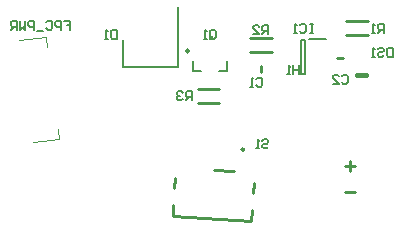
<source format=gbo>
G04*
G04 #@! TF.GenerationSoftware,Altium Limited,Altium Designer,19.1.5 (86)*
G04*
G04 Layer_Color=32896*
%FSAX24Y24*%
%MOIN*%
G70*
G01*
G75*
%ADD10C,0.0079*%
%ADD11C,0.0060*%
%ADD12C,0.0100*%
%ADD57C,0.0098*%
%ADD58C,0.0039*%
%ADD59C,0.0157*%
D10*
X007346Y007207D02*
Y008113D01*
Y007207D02*
X009196D01*
Y009215D01*
X013567Y008141D02*
X014118D01*
X013429Y006979D02*
Y008121D01*
X013271Y006979D02*
X013429D01*
X013271D02*
Y008121D01*
X013429D01*
X010565Y007094D02*
X010825D01*
Y007415D01*
X009675Y007094D02*
X009935D01*
X009675D02*
Y007415D01*
D11*
X013220Y007270D02*
Y006970D01*
Y007120D01*
X013020D01*
Y007270D01*
Y006970D01*
X012920D02*
X012820D01*
X012870D01*
Y007270D01*
X012920Y007220D01*
X005400Y008750D02*
X005600D01*
Y008600D01*
X005500D01*
X005600D01*
Y008450D01*
X005300D02*
Y008750D01*
X005150D01*
X005100Y008700D01*
Y008600D01*
X005150Y008550D01*
X005300D01*
X004800Y008700D02*
X004850Y008750D01*
X004950D01*
X005000Y008700D01*
Y008500D01*
X004950Y008450D01*
X004850D01*
X004800Y008500D01*
X004700Y008400D02*
X004500D01*
X004400Y008450D02*
Y008750D01*
X004250D01*
X004200Y008700D01*
Y008600D01*
X004250Y008550D01*
X004400D01*
X004100Y008750D02*
Y008450D01*
X004001Y008550D01*
X003901Y008450D01*
Y008750D01*
X003801Y008450D02*
Y008750D01*
X003651D01*
X003601Y008700D01*
Y008600D01*
X003651Y008550D01*
X003801D01*
X003701D02*
X003601Y008450D01*
X012000Y004750D02*
X012050Y004800D01*
X012150D01*
X012200Y004750D01*
Y004700D01*
X012150Y004650D01*
X012050D01*
X012000Y004600D01*
Y004550D01*
X012050Y004500D01*
X012150D01*
X012200Y004550D01*
X011900Y004500D02*
X011800D01*
X011850D01*
Y004800D01*
X011900Y004750D01*
X009650Y006100D02*
Y006400D01*
X009500D01*
X009450Y006350D01*
Y006250D01*
X009500Y006200D01*
X009650D01*
X009550D02*
X009450Y006100D01*
X009350Y006350D02*
X009300Y006400D01*
X009200D01*
X009150Y006350D01*
Y006300D01*
X009200Y006250D01*
X009250D01*
X009200D01*
X009150Y006200D01*
Y006150D01*
X009200Y006100D01*
X009300D01*
X009350Y006150D01*
X012200Y008300D02*
Y008600D01*
X012050D01*
X012000Y008550D01*
Y008450D01*
X012050Y008400D01*
X012200D01*
X012100D02*
X012000Y008300D01*
X011700D02*
X011900D01*
X011700Y008500D01*
Y008550D01*
X011750Y008600D01*
X011850D01*
X011900Y008550D01*
X016050Y008350D02*
Y008650D01*
X015900D01*
X015850Y008600D01*
Y008500D01*
X015900Y008450D01*
X016050D01*
X015950D02*
X015850Y008350D01*
X015750D02*
X015650D01*
X015700D01*
Y008650D01*
X015750Y008600D01*
X010250Y008200D02*
Y008400D01*
X010300Y008450D01*
X010400D01*
X010450Y008400D01*
Y008200D01*
X010400Y008150D01*
X010300D01*
X010350Y008250D02*
X010250Y008150D01*
X010300D02*
X010250Y008200D01*
X010150Y008150D02*
X010050D01*
X010100D01*
Y008450D01*
X010150Y008400D01*
X013700Y008650D02*
X013600D01*
X013650D01*
Y008350D01*
X013700D01*
X013600D01*
X013250Y008600D02*
X013300Y008650D01*
X013400D01*
X013450Y008600D01*
Y008400D01*
X013400Y008350D01*
X013300D01*
X013250Y008400D01*
X013150Y008350D02*
X013050D01*
X013100D01*
Y008650D01*
X013150Y008600D01*
X016350Y007850D02*
Y007550D01*
X016200D01*
X016150Y007600D01*
Y007800D01*
X016200Y007850D01*
X016350D01*
X015850Y007800D02*
X015900Y007850D01*
X016000D01*
X016050Y007800D01*
Y007750D01*
X016000Y007700D01*
X015900D01*
X015850Y007650D01*
Y007600D01*
X015900Y007550D01*
X016000D01*
X016050Y007600D01*
X015750Y007550D02*
X015650D01*
X015700D01*
Y007850D01*
X015750Y007800D01*
X007150Y008450D02*
Y008150D01*
X007000D01*
X006950Y008200D01*
Y008400D01*
X007000Y008450D01*
X007150D01*
X006850Y008150D02*
X006750D01*
X006800D01*
Y008450D01*
X006850Y008400D01*
X014650Y006900D02*
X014700Y006950D01*
X014800D01*
X014850Y006900D01*
Y006700D01*
X014800Y006650D01*
X014700D01*
X014650Y006700D01*
X014350Y006650D02*
X014550D01*
X014350Y006850D01*
Y006900D01*
X014400Y006950D01*
X014500D01*
X014550Y006900D01*
X011800Y006800D02*
X011850Y006850D01*
X011950D01*
X012000Y006800D01*
Y006600D01*
X011950Y006550D01*
X011850D01*
X011800Y006600D01*
X011700Y006550D02*
X011600D01*
X011650D01*
Y006850D01*
X011700Y006800D01*
D12*
X011385Y004467D02*
G03*
X011385Y004467I-000041J000000D01*
G01*
X009001Y002248D02*
X011633Y002075D01*
X009001Y002248D02*
X009025Y002615D01*
X011633Y002075D02*
X011658Y002454D01*
X010383Y003775D02*
X011051Y003731D01*
X011695Y003018D02*
X011716Y003332D01*
X009063Y003190D02*
X009084Y003505D01*
X009846Y006486D02*
X010554D01*
X009846Y006014D02*
X010554D01*
X011950Y007050D02*
Y007250D01*
X011596Y008186D02*
X012304D01*
X011596Y007714D02*
X012304D01*
X014500Y007500D02*
X014700D01*
X014796Y008264D02*
X015504D01*
X014796Y008736D02*
X015504D01*
X015100Y003050D02*
X014767D01*
X015100Y003900D02*
X014767D01*
X014933Y004067D02*
Y003733D01*
D57*
X009551Y007744D02*
G03*
X009551Y007744I-000049J000000D01*
G01*
D58*
X004344Y004701D02*
X005228Y004818D01*
X005184Y005150D02*
X005228Y004818D01*
X003894Y008096D02*
X004778Y008213D01*
X004822Y007882D01*
D59*
X015143Y006950D02*
X015457D01*
M02*

</source>
